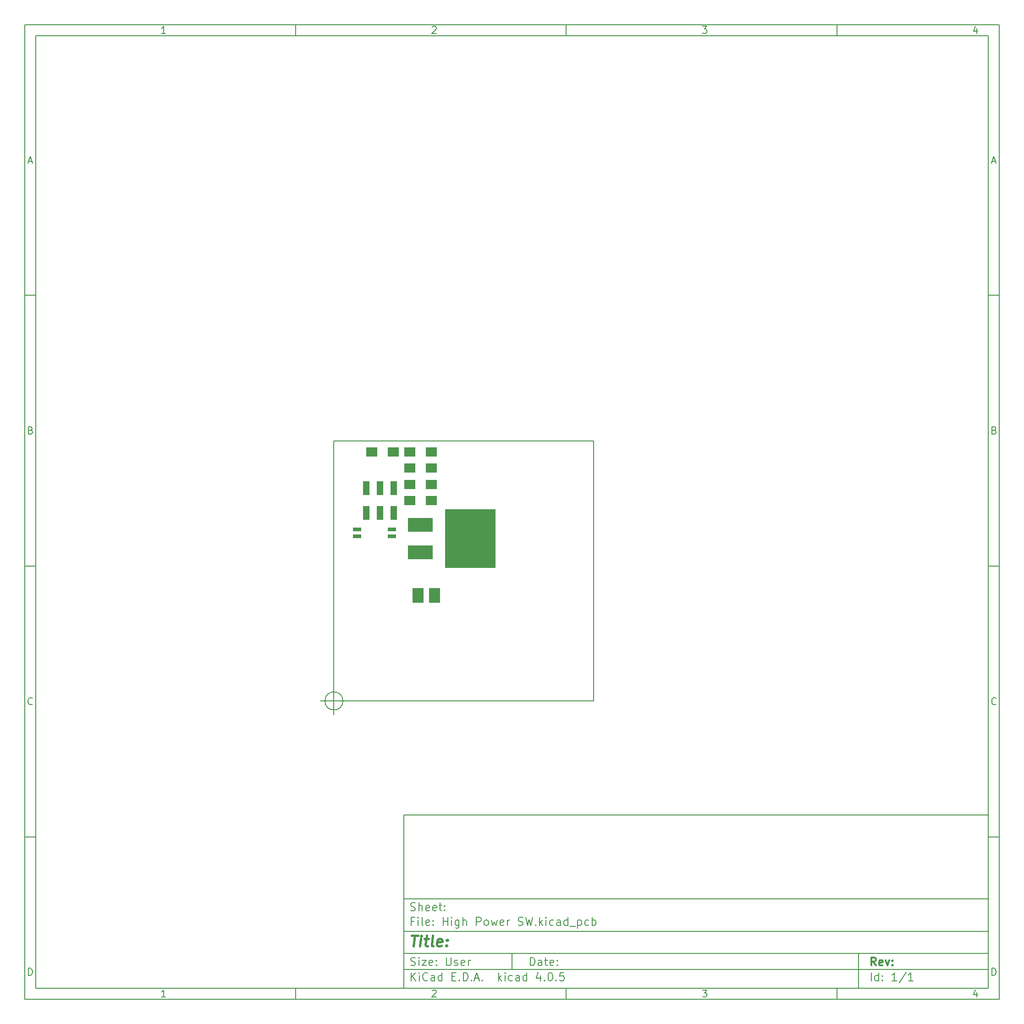
<source format=gbr>
G04 #@! TF.FileFunction,Paste,Top*
%FSLAX46Y46*%
G04 Gerber Fmt 4.6, Leading zero omitted, Abs format (unit mm)*
G04 Created by KiCad (PCBNEW 4.0.5) date 02/15/17 00:10:35*
%MOMM*%
%LPD*%
G01*
G04 APERTURE LIST*
%ADD10C,0.100000*%
%ADD11C,0.150000*%
%ADD12C,0.300000*%
%ADD13C,0.400000*%
%ADD14R,9.400000X10.800000*%
%ADD15R,4.600000X2.500000*%
%ADD16R,2.000000X1.700000*%
%ADD17R,1.500000X0.750000*%
%ADD18R,1.270000X2.540000*%
%ADD19R,2.000000X2.700000*%
G04 APERTURE END LIST*
D10*
D11*
X79999600Y-155999600D02*
X79999600Y-187999600D01*
X187999600Y-187999600D01*
X187999600Y-155999600D01*
X79999600Y-155999600D01*
D10*
D11*
X10000000Y-10000000D02*
X10000000Y-189999600D01*
X189999600Y-189999600D01*
X189999600Y-10000000D01*
X10000000Y-10000000D01*
D10*
D11*
X12000000Y-12000000D02*
X12000000Y-187999600D01*
X187999600Y-187999600D01*
X187999600Y-12000000D01*
X12000000Y-12000000D01*
D10*
D11*
X60000000Y-12000000D02*
X60000000Y-10000000D01*
D10*
D11*
X110000000Y-12000000D02*
X110000000Y-10000000D01*
D10*
D11*
X160000000Y-12000000D02*
X160000000Y-10000000D01*
D10*
D11*
X35990476Y-11588095D02*
X35247619Y-11588095D01*
X35619048Y-11588095D02*
X35619048Y-10288095D01*
X35495238Y-10473810D01*
X35371429Y-10597619D01*
X35247619Y-10659524D01*
D10*
D11*
X85247619Y-10411905D02*
X85309524Y-10350000D01*
X85433333Y-10288095D01*
X85742857Y-10288095D01*
X85866667Y-10350000D01*
X85928571Y-10411905D01*
X85990476Y-10535714D01*
X85990476Y-10659524D01*
X85928571Y-10845238D01*
X85185714Y-11588095D01*
X85990476Y-11588095D01*
D10*
D11*
X135185714Y-10288095D02*
X135990476Y-10288095D01*
X135557143Y-10783333D01*
X135742857Y-10783333D01*
X135866667Y-10845238D01*
X135928571Y-10907143D01*
X135990476Y-11030952D01*
X135990476Y-11340476D01*
X135928571Y-11464286D01*
X135866667Y-11526190D01*
X135742857Y-11588095D01*
X135371429Y-11588095D01*
X135247619Y-11526190D01*
X135185714Y-11464286D01*
D10*
D11*
X185866667Y-10721429D02*
X185866667Y-11588095D01*
X185557143Y-10226190D02*
X185247619Y-11154762D01*
X186052381Y-11154762D01*
D10*
D11*
X60000000Y-187999600D02*
X60000000Y-189999600D01*
D10*
D11*
X110000000Y-187999600D02*
X110000000Y-189999600D01*
D10*
D11*
X160000000Y-187999600D02*
X160000000Y-189999600D01*
D10*
D11*
X35990476Y-189587695D02*
X35247619Y-189587695D01*
X35619048Y-189587695D02*
X35619048Y-188287695D01*
X35495238Y-188473410D01*
X35371429Y-188597219D01*
X35247619Y-188659124D01*
D10*
D11*
X85247619Y-188411505D02*
X85309524Y-188349600D01*
X85433333Y-188287695D01*
X85742857Y-188287695D01*
X85866667Y-188349600D01*
X85928571Y-188411505D01*
X85990476Y-188535314D01*
X85990476Y-188659124D01*
X85928571Y-188844838D01*
X85185714Y-189587695D01*
X85990476Y-189587695D01*
D10*
D11*
X135185714Y-188287695D02*
X135990476Y-188287695D01*
X135557143Y-188782933D01*
X135742857Y-188782933D01*
X135866667Y-188844838D01*
X135928571Y-188906743D01*
X135990476Y-189030552D01*
X135990476Y-189340076D01*
X135928571Y-189463886D01*
X135866667Y-189525790D01*
X135742857Y-189587695D01*
X135371429Y-189587695D01*
X135247619Y-189525790D01*
X135185714Y-189463886D01*
D10*
D11*
X185866667Y-188721029D02*
X185866667Y-189587695D01*
X185557143Y-188225790D02*
X185247619Y-189154362D01*
X186052381Y-189154362D01*
D10*
D11*
X10000000Y-60000000D02*
X12000000Y-60000000D01*
D10*
D11*
X10000000Y-110000000D02*
X12000000Y-110000000D01*
D10*
D11*
X10000000Y-160000000D02*
X12000000Y-160000000D01*
D10*
D11*
X10690476Y-35216667D02*
X11309524Y-35216667D01*
X10566667Y-35588095D02*
X11000000Y-34288095D01*
X11433333Y-35588095D01*
D10*
D11*
X11092857Y-84907143D02*
X11278571Y-84969048D01*
X11340476Y-85030952D01*
X11402381Y-85154762D01*
X11402381Y-85340476D01*
X11340476Y-85464286D01*
X11278571Y-85526190D01*
X11154762Y-85588095D01*
X10659524Y-85588095D01*
X10659524Y-84288095D01*
X11092857Y-84288095D01*
X11216667Y-84350000D01*
X11278571Y-84411905D01*
X11340476Y-84535714D01*
X11340476Y-84659524D01*
X11278571Y-84783333D01*
X11216667Y-84845238D01*
X11092857Y-84907143D01*
X10659524Y-84907143D01*
D10*
D11*
X11402381Y-135464286D02*
X11340476Y-135526190D01*
X11154762Y-135588095D01*
X11030952Y-135588095D01*
X10845238Y-135526190D01*
X10721429Y-135402381D01*
X10659524Y-135278571D01*
X10597619Y-135030952D01*
X10597619Y-134845238D01*
X10659524Y-134597619D01*
X10721429Y-134473810D01*
X10845238Y-134350000D01*
X11030952Y-134288095D01*
X11154762Y-134288095D01*
X11340476Y-134350000D01*
X11402381Y-134411905D01*
D10*
D11*
X10659524Y-185588095D02*
X10659524Y-184288095D01*
X10969048Y-184288095D01*
X11154762Y-184350000D01*
X11278571Y-184473810D01*
X11340476Y-184597619D01*
X11402381Y-184845238D01*
X11402381Y-185030952D01*
X11340476Y-185278571D01*
X11278571Y-185402381D01*
X11154762Y-185526190D01*
X10969048Y-185588095D01*
X10659524Y-185588095D01*
D10*
D11*
X189999600Y-60000000D02*
X187999600Y-60000000D01*
D10*
D11*
X189999600Y-110000000D02*
X187999600Y-110000000D01*
D10*
D11*
X189999600Y-160000000D02*
X187999600Y-160000000D01*
D10*
D11*
X188690076Y-35216667D02*
X189309124Y-35216667D01*
X188566267Y-35588095D02*
X188999600Y-34288095D01*
X189432933Y-35588095D01*
D10*
D11*
X189092457Y-84907143D02*
X189278171Y-84969048D01*
X189340076Y-85030952D01*
X189401981Y-85154762D01*
X189401981Y-85340476D01*
X189340076Y-85464286D01*
X189278171Y-85526190D01*
X189154362Y-85588095D01*
X188659124Y-85588095D01*
X188659124Y-84288095D01*
X189092457Y-84288095D01*
X189216267Y-84350000D01*
X189278171Y-84411905D01*
X189340076Y-84535714D01*
X189340076Y-84659524D01*
X189278171Y-84783333D01*
X189216267Y-84845238D01*
X189092457Y-84907143D01*
X188659124Y-84907143D01*
D10*
D11*
X189401981Y-135464286D02*
X189340076Y-135526190D01*
X189154362Y-135588095D01*
X189030552Y-135588095D01*
X188844838Y-135526190D01*
X188721029Y-135402381D01*
X188659124Y-135278571D01*
X188597219Y-135030952D01*
X188597219Y-134845238D01*
X188659124Y-134597619D01*
X188721029Y-134473810D01*
X188844838Y-134350000D01*
X189030552Y-134288095D01*
X189154362Y-134288095D01*
X189340076Y-134350000D01*
X189401981Y-134411905D01*
D10*
D11*
X188659124Y-185588095D02*
X188659124Y-184288095D01*
X188968648Y-184288095D01*
X189154362Y-184350000D01*
X189278171Y-184473810D01*
X189340076Y-184597619D01*
X189401981Y-184845238D01*
X189401981Y-185030952D01*
X189340076Y-185278571D01*
X189278171Y-185402381D01*
X189154362Y-185526190D01*
X188968648Y-185588095D01*
X188659124Y-185588095D01*
D10*
D11*
X103356743Y-183778171D02*
X103356743Y-182278171D01*
X103713886Y-182278171D01*
X103928171Y-182349600D01*
X104071029Y-182492457D01*
X104142457Y-182635314D01*
X104213886Y-182921029D01*
X104213886Y-183135314D01*
X104142457Y-183421029D01*
X104071029Y-183563886D01*
X103928171Y-183706743D01*
X103713886Y-183778171D01*
X103356743Y-183778171D01*
X105499600Y-183778171D02*
X105499600Y-182992457D01*
X105428171Y-182849600D01*
X105285314Y-182778171D01*
X104999600Y-182778171D01*
X104856743Y-182849600D01*
X105499600Y-183706743D02*
X105356743Y-183778171D01*
X104999600Y-183778171D01*
X104856743Y-183706743D01*
X104785314Y-183563886D01*
X104785314Y-183421029D01*
X104856743Y-183278171D01*
X104999600Y-183206743D01*
X105356743Y-183206743D01*
X105499600Y-183135314D01*
X105999600Y-182778171D02*
X106571029Y-182778171D01*
X106213886Y-182278171D02*
X106213886Y-183563886D01*
X106285314Y-183706743D01*
X106428172Y-183778171D01*
X106571029Y-183778171D01*
X107642457Y-183706743D02*
X107499600Y-183778171D01*
X107213886Y-183778171D01*
X107071029Y-183706743D01*
X106999600Y-183563886D01*
X106999600Y-182992457D01*
X107071029Y-182849600D01*
X107213886Y-182778171D01*
X107499600Y-182778171D01*
X107642457Y-182849600D01*
X107713886Y-182992457D01*
X107713886Y-183135314D01*
X106999600Y-183278171D01*
X108356743Y-183635314D02*
X108428171Y-183706743D01*
X108356743Y-183778171D01*
X108285314Y-183706743D01*
X108356743Y-183635314D01*
X108356743Y-183778171D01*
X108356743Y-182849600D02*
X108428171Y-182921029D01*
X108356743Y-182992457D01*
X108285314Y-182921029D01*
X108356743Y-182849600D01*
X108356743Y-182992457D01*
D10*
D11*
X79999600Y-184499600D02*
X187999600Y-184499600D01*
D10*
D11*
X81356743Y-186578171D02*
X81356743Y-185078171D01*
X82213886Y-186578171D02*
X81571029Y-185721029D01*
X82213886Y-185078171D02*
X81356743Y-185935314D01*
X82856743Y-186578171D02*
X82856743Y-185578171D01*
X82856743Y-185078171D02*
X82785314Y-185149600D01*
X82856743Y-185221029D01*
X82928171Y-185149600D01*
X82856743Y-185078171D01*
X82856743Y-185221029D01*
X84428172Y-186435314D02*
X84356743Y-186506743D01*
X84142457Y-186578171D01*
X83999600Y-186578171D01*
X83785315Y-186506743D01*
X83642457Y-186363886D01*
X83571029Y-186221029D01*
X83499600Y-185935314D01*
X83499600Y-185721029D01*
X83571029Y-185435314D01*
X83642457Y-185292457D01*
X83785315Y-185149600D01*
X83999600Y-185078171D01*
X84142457Y-185078171D01*
X84356743Y-185149600D01*
X84428172Y-185221029D01*
X85713886Y-186578171D02*
X85713886Y-185792457D01*
X85642457Y-185649600D01*
X85499600Y-185578171D01*
X85213886Y-185578171D01*
X85071029Y-185649600D01*
X85713886Y-186506743D02*
X85571029Y-186578171D01*
X85213886Y-186578171D01*
X85071029Y-186506743D01*
X84999600Y-186363886D01*
X84999600Y-186221029D01*
X85071029Y-186078171D01*
X85213886Y-186006743D01*
X85571029Y-186006743D01*
X85713886Y-185935314D01*
X87071029Y-186578171D02*
X87071029Y-185078171D01*
X87071029Y-186506743D02*
X86928172Y-186578171D01*
X86642458Y-186578171D01*
X86499600Y-186506743D01*
X86428172Y-186435314D01*
X86356743Y-186292457D01*
X86356743Y-185863886D01*
X86428172Y-185721029D01*
X86499600Y-185649600D01*
X86642458Y-185578171D01*
X86928172Y-185578171D01*
X87071029Y-185649600D01*
X88928172Y-185792457D02*
X89428172Y-185792457D01*
X89642458Y-186578171D02*
X88928172Y-186578171D01*
X88928172Y-185078171D01*
X89642458Y-185078171D01*
X90285315Y-186435314D02*
X90356743Y-186506743D01*
X90285315Y-186578171D01*
X90213886Y-186506743D01*
X90285315Y-186435314D01*
X90285315Y-186578171D01*
X90999601Y-186578171D02*
X90999601Y-185078171D01*
X91356744Y-185078171D01*
X91571029Y-185149600D01*
X91713887Y-185292457D01*
X91785315Y-185435314D01*
X91856744Y-185721029D01*
X91856744Y-185935314D01*
X91785315Y-186221029D01*
X91713887Y-186363886D01*
X91571029Y-186506743D01*
X91356744Y-186578171D01*
X90999601Y-186578171D01*
X92499601Y-186435314D02*
X92571029Y-186506743D01*
X92499601Y-186578171D01*
X92428172Y-186506743D01*
X92499601Y-186435314D01*
X92499601Y-186578171D01*
X93142458Y-186149600D02*
X93856744Y-186149600D01*
X92999601Y-186578171D02*
X93499601Y-185078171D01*
X93999601Y-186578171D01*
X94499601Y-186435314D02*
X94571029Y-186506743D01*
X94499601Y-186578171D01*
X94428172Y-186506743D01*
X94499601Y-186435314D01*
X94499601Y-186578171D01*
X97499601Y-186578171D02*
X97499601Y-185078171D01*
X97642458Y-186006743D02*
X98071029Y-186578171D01*
X98071029Y-185578171D02*
X97499601Y-186149600D01*
X98713887Y-186578171D02*
X98713887Y-185578171D01*
X98713887Y-185078171D02*
X98642458Y-185149600D01*
X98713887Y-185221029D01*
X98785315Y-185149600D01*
X98713887Y-185078171D01*
X98713887Y-185221029D01*
X100071030Y-186506743D02*
X99928173Y-186578171D01*
X99642459Y-186578171D01*
X99499601Y-186506743D01*
X99428173Y-186435314D01*
X99356744Y-186292457D01*
X99356744Y-185863886D01*
X99428173Y-185721029D01*
X99499601Y-185649600D01*
X99642459Y-185578171D01*
X99928173Y-185578171D01*
X100071030Y-185649600D01*
X101356744Y-186578171D02*
X101356744Y-185792457D01*
X101285315Y-185649600D01*
X101142458Y-185578171D01*
X100856744Y-185578171D01*
X100713887Y-185649600D01*
X101356744Y-186506743D02*
X101213887Y-186578171D01*
X100856744Y-186578171D01*
X100713887Y-186506743D01*
X100642458Y-186363886D01*
X100642458Y-186221029D01*
X100713887Y-186078171D01*
X100856744Y-186006743D01*
X101213887Y-186006743D01*
X101356744Y-185935314D01*
X102713887Y-186578171D02*
X102713887Y-185078171D01*
X102713887Y-186506743D02*
X102571030Y-186578171D01*
X102285316Y-186578171D01*
X102142458Y-186506743D01*
X102071030Y-186435314D01*
X101999601Y-186292457D01*
X101999601Y-185863886D01*
X102071030Y-185721029D01*
X102142458Y-185649600D01*
X102285316Y-185578171D01*
X102571030Y-185578171D01*
X102713887Y-185649600D01*
X105213887Y-185578171D02*
X105213887Y-186578171D01*
X104856744Y-185006743D02*
X104499601Y-186078171D01*
X105428173Y-186078171D01*
X105999601Y-186435314D02*
X106071029Y-186506743D01*
X105999601Y-186578171D01*
X105928172Y-186506743D01*
X105999601Y-186435314D01*
X105999601Y-186578171D01*
X106999601Y-185078171D02*
X107142458Y-185078171D01*
X107285315Y-185149600D01*
X107356744Y-185221029D01*
X107428173Y-185363886D01*
X107499601Y-185649600D01*
X107499601Y-186006743D01*
X107428173Y-186292457D01*
X107356744Y-186435314D01*
X107285315Y-186506743D01*
X107142458Y-186578171D01*
X106999601Y-186578171D01*
X106856744Y-186506743D01*
X106785315Y-186435314D01*
X106713887Y-186292457D01*
X106642458Y-186006743D01*
X106642458Y-185649600D01*
X106713887Y-185363886D01*
X106785315Y-185221029D01*
X106856744Y-185149600D01*
X106999601Y-185078171D01*
X108142458Y-186435314D02*
X108213886Y-186506743D01*
X108142458Y-186578171D01*
X108071029Y-186506743D01*
X108142458Y-186435314D01*
X108142458Y-186578171D01*
X109571030Y-185078171D02*
X108856744Y-185078171D01*
X108785315Y-185792457D01*
X108856744Y-185721029D01*
X108999601Y-185649600D01*
X109356744Y-185649600D01*
X109499601Y-185721029D01*
X109571030Y-185792457D01*
X109642458Y-185935314D01*
X109642458Y-186292457D01*
X109571030Y-186435314D01*
X109499601Y-186506743D01*
X109356744Y-186578171D01*
X108999601Y-186578171D01*
X108856744Y-186506743D01*
X108785315Y-186435314D01*
D10*
D11*
X79999600Y-181499600D02*
X187999600Y-181499600D01*
D10*
D12*
X167213886Y-183778171D02*
X166713886Y-183063886D01*
X166356743Y-183778171D02*
X166356743Y-182278171D01*
X166928171Y-182278171D01*
X167071029Y-182349600D01*
X167142457Y-182421029D01*
X167213886Y-182563886D01*
X167213886Y-182778171D01*
X167142457Y-182921029D01*
X167071029Y-182992457D01*
X166928171Y-183063886D01*
X166356743Y-183063886D01*
X168428171Y-183706743D02*
X168285314Y-183778171D01*
X167999600Y-183778171D01*
X167856743Y-183706743D01*
X167785314Y-183563886D01*
X167785314Y-182992457D01*
X167856743Y-182849600D01*
X167999600Y-182778171D01*
X168285314Y-182778171D01*
X168428171Y-182849600D01*
X168499600Y-182992457D01*
X168499600Y-183135314D01*
X167785314Y-183278171D01*
X168999600Y-182778171D02*
X169356743Y-183778171D01*
X169713885Y-182778171D01*
X170285314Y-183635314D02*
X170356742Y-183706743D01*
X170285314Y-183778171D01*
X170213885Y-183706743D01*
X170285314Y-183635314D01*
X170285314Y-183778171D01*
X170285314Y-182849600D02*
X170356742Y-182921029D01*
X170285314Y-182992457D01*
X170213885Y-182921029D01*
X170285314Y-182849600D01*
X170285314Y-182992457D01*
D10*
D11*
X81285314Y-183706743D02*
X81499600Y-183778171D01*
X81856743Y-183778171D01*
X81999600Y-183706743D01*
X82071029Y-183635314D01*
X82142457Y-183492457D01*
X82142457Y-183349600D01*
X82071029Y-183206743D01*
X81999600Y-183135314D01*
X81856743Y-183063886D01*
X81571029Y-182992457D01*
X81428171Y-182921029D01*
X81356743Y-182849600D01*
X81285314Y-182706743D01*
X81285314Y-182563886D01*
X81356743Y-182421029D01*
X81428171Y-182349600D01*
X81571029Y-182278171D01*
X81928171Y-182278171D01*
X82142457Y-182349600D01*
X82785314Y-183778171D02*
X82785314Y-182778171D01*
X82785314Y-182278171D02*
X82713885Y-182349600D01*
X82785314Y-182421029D01*
X82856742Y-182349600D01*
X82785314Y-182278171D01*
X82785314Y-182421029D01*
X83356743Y-182778171D02*
X84142457Y-182778171D01*
X83356743Y-183778171D01*
X84142457Y-183778171D01*
X85285314Y-183706743D02*
X85142457Y-183778171D01*
X84856743Y-183778171D01*
X84713886Y-183706743D01*
X84642457Y-183563886D01*
X84642457Y-182992457D01*
X84713886Y-182849600D01*
X84856743Y-182778171D01*
X85142457Y-182778171D01*
X85285314Y-182849600D01*
X85356743Y-182992457D01*
X85356743Y-183135314D01*
X84642457Y-183278171D01*
X85999600Y-183635314D02*
X86071028Y-183706743D01*
X85999600Y-183778171D01*
X85928171Y-183706743D01*
X85999600Y-183635314D01*
X85999600Y-183778171D01*
X85999600Y-182849600D02*
X86071028Y-182921029D01*
X85999600Y-182992457D01*
X85928171Y-182921029D01*
X85999600Y-182849600D01*
X85999600Y-182992457D01*
X87856743Y-182278171D02*
X87856743Y-183492457D01*
X87928171Y-183635314D01*
X87999600Y-183706743D01*
X88142457Y-183778171D01*
X88428171Y-183778171D01*
X88571029Y-183706743D01*
X88642457Y-183635314D01*
X88713886Y-183492457D01*
X88713886Y-182278171D01*
X89356743Y-183706743D02*
X89499600Y-183778171D01*
X89785315Y-183778171D01*
X89928172Y-183706743D01*
X89999600Y-183563886D01*
X89999600Y-183492457D01*
X89928172Y-183349600D01*
X89785315Y-183278171D01*
X89571029Y-183278171D01*
X89428172Y-183206743D01*
X89356743Y-183063886D01*
X89356743Y-182992457D01*
X89428172Y-182849600D01*
X89571029Y-182778171D01*
X89785315Y-182778171D01*
X89928172Y-182849600D01*
X91213886Y-183706743D02*
X91071029Y-183778171D01*
X90785315Y-183778171D01*
X90642458Y-183706743D01*
X90571029Y-183563886D01*
X90571029Y-182992457D01*
X90642458Y-182849600D01*
X90785315Y-182778171D01*
X91071029Y-182778171D01*
X91213886Y-182849600D01*
X91285315Y-182992457D01*
X91285315Y-183135314D01*
X90571029Y-183278171D01*
X91928172Y-183778171D02*
X91928172Y-182778171D01*
X91928172Y-183063886D02*
X91999600Y-182921029D01*
X92071029Y-182849600D01*
X92213886Y-182778171D01*
X92356743Y-182778171D01*
D10*
D11*
X166356743Y-186578171D02*
X166356743Y-185078171D01*
X167713886Y-186578171D02*
X167713886Y-185078171D01*
X167713886Y-186506743D02*
X167571029Y-186578171D01*
X167285315Y-186578171D01*
X167142457Y-186506743D01*
X167071029Y-186435314D01*
X166999600Y-186292457D01*
X166999600Y-185863886D01*
X167071029Y-185721029D01*
X167142457Y-185649600D01*
X167285315Y-185578171D01*
X167571029Y-185578171D01*
X167713886Y-185649600D01*
X168428172Y-186435314D02*
X168499600Y-186506743D01*
X168428172Y-186578171D01*
X168356743Y-186506743D01*
X168428172Y-186435314D01*
X168428172Y-186578171D01*
X168428172Y-185649600D02*
X168499600Y-185721029D01*
X168428172Y-185792457D01*
X168356743Y-185721029D01*
X168428172Y-185649600D01*
X168428172Y-185792457D01*
X171071029Y-186578171D02*
X170213886Y-186578171D01*
X170642458Y-186578171D02*
X170642458Y-185078171D01*
X170499601Y-185292457D01*
X170356743Y-185435314D01*
X170213886Y-185506743D01*
X172785314Y-185006743D02*
X171499600Y-186935314D01*
X174071029Y-186578171D02*
X173213886Y-186578171D01*
X173642458Y-186578171D02*
X173642458Y-185078171D01*
X173499601Y-185292457D01*
X173356743Y-185435314D01*
X173213886Y-185506743D01*
D10*
D11*
X79999600Y-177499600D02*
X187999600Y-177499600D01*
D10*
D13*
X81451981Y-178204362D02*
X82594838Y-178204362D01*
X81773410Y-180204362D02*
X82023410Y-178204362D01*
X83011505Y-180204362D02*
X83178171Y-178871029D01*
X83261505Y-178204362D02*
X83154362Y-178299600D01*
X83237695Y-178394838D01*
X83344839Y-178299600D01*
X83261505Y-178204362D01*
X83237695Y-178394838D01*
X83844838Y-178871029D02*
X84606743Y-178871029D01*
X84213886Y-178204362D02*
X83999600Y-179918648D01*
X84071030Y-180109124D01*
X84249601Y-180204362D01*
X84440077Y-180204362D01*
X85392458Y-180204362D02*
X85213887Y-180109124D01*
X85142457Y-179918648D01*
X85356743Y-178204362D01*
X86928172Y-180109124D02*
X86725791Y-180204362D01*
X86344839Y-180204362D01*
X86166267Y-180109124D01*
X86094838Y-179918648D01*
X86190076Y-179156743D01*
X86309124Y-178966267D01*
X86511505Y-178871029D01*
X86892457Y-178871029D01*
X87071029Y-178966267D01*
X87142457Y-179156743D01*
X87118648Y-179347219D01*
X86142457Y-179537695D01*
X87892457Y-180013886D02*
X87975792Y-180109124D01*
X87868648Y-180204362D01*
X87785315Y-180109124D01*
X87892457Y-180013886D01*
X87868648Y-180204362D01*
X88023410Y-178966267D02*
X88106744Y-179061505D01*
X87999600Y-179156743D01*
X87916267Y-179061505D01*
X88023410Y-178966267D01*
X87999600Y-179156743D01*
D10*
D11*
X81856743Y-175592457D02*
X81356743Y-175592457D01*
X81356743Y-176378171D02*
X81356743Y-174878171D01*
X82071029Y-174878171D01*
X82642457Y-176378171D02*
X82642457Y-175378171D01*
X82642457Y-174878171D02*
X82571028Y-174949600D01*
X82642457Y-175021029D01*
X82713885Y-174949600D01*
X82642457Y-174878171D01*
X82642457Y-175021029D01*
X83571029Y-176378171D02*
X83428171Y-176306743D01*
X83356743Y-176163886D01*
X83356743Y-174878171D01*
X84713885Y-176306743D02*
X84571028Y-176378171D01*
X84285314Y-176378171D01*
X84142457Y-176306743D01*
X84071028Y-176163886D01*
X84071028Y-175592457D01*
X84142457Y-175449600D01*
X84285314Y-175378171D01*
X84571028Y-175378171D01*
X84713885Y-175449600D01*
X84785314Y-175592457D01*
X84785314Y-175735314D01*
X84071028Y-175878171D01*
X85428171Y-176235314D02*
X85499599Y-176306743D01*
X85428171Y-176378171D01*
X85356742Y-176306743D01*
X85428171Y-176235314D01*
X85428171Y-176378171D01*
X85428171Y-175449600D02*
X85499599Y-175521029D01*
X85428171Y-175592457D01*
X85356742Y-175521029D01*
X85428171Y-175449600D01*
X85428171Y-175592457D01*
X87285314Y-176378171D02*
X87285314Y-174878171D01*
X87285314Y-175592457D02*
X88142457Y-175592457D01*
X88142457Y-176378171D02*
X88142457Y-174878171D01*
X88856743Y-176378171D02*
X88856743Y-175378171D01*
X88856743Y-174878171D02*
X88785314Y-174949600D01*
X88856743Y-175021029D01*
X88928171Y-174949600D01*
X88856743Y-174878171D01*
X88856743Y-175021029D01*
X90213886Y-175378171D02*
X90213886Y-176592457D01*
X90142457Y-176735314D01*
X90071029Y-176806743D01*
X89928172Y-176878171D01*
X89713886Y-176878171D01*
X89571029Y-176806743D01*
X90213886Y-176306743D02*
X90071029Y-176378171D01*
X89785315Y-176378171D01*
X89642457Y-176306743D01*
X89571029Y-176235314D01*
X89499600Y-176092457D01*
X89499600Y-175663886D01*
X89571029Y-175521029D01*
X89642457Y-175449600D01*
X89785315Y-175378171D01*
X90071029Y-175378171D01*
X90213886Y-175449600D01*
X90928172Y-176378171D02*
X90928172Y-174878171D01*
X91571029Y-176378171D02*
X91571029Y-175592457D01*
X91499600Y-175449600D01*
X91356743Y-175378171D01*
X91142458Y-175378171D01*
X90999600Y-175449600D01*
X90928172Y-175521029D01*
X93428172Y-176378171D02*
X93428172Y-174878171D01*
X93999600Y-174878171D01*
X94142458Y-174949600D01*
X94213886Y-175021029D01*
X94285315Y-175163886D01*
X94285315Y-175378171D01*
X94213886Y-175521029D01*
X94142458Y-175592457D01*
X93999600Y-175663886D01*
X93428172Y-175663886D01*
X95142458Y-176378171D02*
X94999600Y-176306743D01*
X94928172Y-176235314D01*
X94856743Y-176092457D01*
X94856743Y-175663886D01*
X94928172Y-175521029D01*
X94999600Y-175449600D01*
X95142458Y-175378171D01*
X95356743Y-175378171D01*
X95499600Y-175449600D01*
X95571029Y-175521029D01*
X95642458Y-175663886D01*
X95642458Y-176092457D01*
X95571029Y-176235314D01*
X95499600Y-176306743D01*
X95356743Y-176378171D01*
X95142458Y-176378171D01*
X96142458Y-175378171D02*
X96428172Y-176378171D01*
X96713886Y-175663886D01*
X96999601Y-176378171D01*
X97285315Y-175378171D01*
X98428172Y-176306743D02*
X98285315Y-176378171D01*
X97999601Y-176378171D01*
X97856744Y-176306743D01*
X97785315Y-176163886D01*
X97785315Y-175592457D01*
X97856744Y-175449600D01*
X97999601Y-175378171D01*
X98285315Y-175378171D01*
X98428172Y-175449600D01*
X98499601Y-175592457D01*
X98499601Y-175735314D01*
X97785315Y-175878171D01*
X99142458Y-176378171D02*
X99142458Y-175378171D01*
X99142458Y-175663886D02*
X99213886Y-175521029D01*
X99285315Y-175449600D01*
X99428172Y-175378171D01*
X99571029Y-175378171D01*
X101142457Y-176306743D02*
X101356743Y-176378171D01*
X101713886Y-176378171D01*
X101856743Y-176306743D01*
X101928172Y-176235314D01*
X101999600Y-176092457D01*
X101999600Y-175949600D01*
X101928172Y-175806743D01*
X101856743Y-175735314D01*
X101713886Y-175663886D01*
X101428172Y-175592457D01*
X101285314Y-175521029D01*
X101213886Y-175449600D01*
X101142457Y-175306743D01*
X101142457Y-175163886D01*
X101213886Y-175021029D01*
X101285314Y-174949600D01*
X101428172Y-174878171D01*
X101785314Y-174878171D01*
X101999600Y-174949600D01*
X102499600Y-174878171D02*
X102856743Y-176378171D01*
X103142457Y-175306743D01*
X103428171Y-176378171D01*
X103785314Y-174878171D01*
X104356743Y-176235314D02*
X104428171Y-176306743D01*
X104356743Y-176378171D01*
X104285314Y-176306743D01*
X104356743Y-176235314D01*
X104356743Y-176378171D01*
X105071029Y-176378171D02*
X105071029Y-174878171D01*
X105213886Y-175806743D02*
X105642457Y-176378171D01*
X105642457Y-175378171D02*
X105071029Y-175949600D01*
X106285315Y-176378171D02*
X106285315Y-175378171D01*
X106285315Y-174878171D02*
X106213886Y-174949600D01*
X106285315Y-175021029D01*
X106356743Y-174949600D01*
X106285315Y-174878171D01*
X106285315Y-175021029D01*
X107642458Y-176306743D02*
X107499601Y-176378171D01*
X107213887Y-176378171D01*
X107071029Y-176306743D01*
X106999601Y-176235314D01*
X106928172Y-176092457D01*
X106928172Y-175663886D01*
X106999601Y-175521029D01*
X107071029Y-175449600D01*
X107213887Y-175378171D01*
X107499601Y-175378171D01*
X107642458Y-175449600D01*
X108928172Y-176378171D02*
X108928172Y-175592457D01*
X108856743Y-175449600D01*
X108713886Y-175378171D01*
X108428172Y-175378171D01*
X108285315Y-175449600D01*
X108928172Y-176306743D02*
X108785315Y-176378171D01*
X108428172Y-176378171D01*
X108285315Y-176306743D01*
X108213886Y-176163886D01*
X108213886Y-176021029D01*
X108285315Y-175878171D01*
X108428172Y-175806743D01*
X108785315Y-175806743D01*
X108928172Y-175735314D01*
X110285315Y-176378171D02*
X110285315Y-174878171D01*
X110285315Y-176306743D02*
X110142458Y-176378171D01*
X109856744Y-176378171D01*
X109713886Y-176306743D01*
X109642458Y-176235314D01*
X109571029Y-176092457D01*
X109571029Y-175663886D01*
X109642458Y-175521029D01*
X109713886Y-175449600D01*
X109856744Y-175378171D01*
X110142458Y-175378171D01*
X110285315Y-175449600D01*
X110642458Y-176521029D02*
X111785315Y-176521029D01*
X112142458Y-175378171D02*
X112142458Y-176878171D01*
X112142458Y-175449600D02*
X112285315Y-175378171D01*
X112571029Y-175378171D01*
X112713886Y-175449600D01*
X112785315Y-175521029D01*
X112856744Y-175663886D01*
X112856744Y-176092457D01*
X112785315Y-176235314D01*
X112713886Y-176306743D01*
X112571029Y-176378171D01*
X112285315Y-176378171D01*
X112142458Y-176306743D01*
X114142458Y-176306743D02*
X113999601Y-176378171D01*
X113713887Y-176378171D01*
X113571029Y-176306743D01*
X113499601Y-176235314D01*
X113428172Y-176092457D01*
X113428172Y-175663886D01*
X113499601Y-175521029D01*
X113571029Y-175449600D01*
X113713887Y-175378171D01*
X113999601Y-175378171D01*
X114142458Y-175449600D01*
X114785315Y-176378171D02*
X114785315Y-174878171D01*
X114785315Y-175449600D02*
X114928172Y-175378171D01*
X115213886Y-175378171D01*
X115356743Y-175449600D01*
X115428172Y-175521029D01*
X115499601Y-175663886D01*
X115499601Y-176092457D01*
X115428172Y-176235314D01*
X115356743Y-176306743D01*
X115213886Y-176378171D01*
X114928172Y-176378171D01*
X114785315Y-176306743D01*
D10*
D11*
X79999600Y-171499600D02*
X187999600Y-171499600D01*
D10*
D11*
X81285314Y-173606743D02*
X81499600Y-173678171D01*
X81856743Y-173678171D01*
X81999600Y-173606743D01*
X82071029Y-173535314D01*
X82142457Y-173392457D01*
X82142457Y-173249600D01*
X82071029Y-173106743D01*
X81999600Y-173035314D01*
X81856743Y-172963886D01*
X81571029Y-172892457D01*
X81428171Y-172821029D01*
X81356743Y-172749600D01*
X81285314Y-172606743D01*
X81285314Y-172463886D01*
X81356743Y-172321029D01*
X81428171Y-172249600D01*
X81571029Y-172178171D01*
X81928171Y-172178171D01*
X82142457Y-172249600D01*
X82785314Y-173678171D02*
X82785314Y-172178171D01*
X83428171Y-173678171D02*
X83428171Y-172892457D01*
X83356742Y-172749600D01*
X83213885Y-172678171D01*
X82999600Y-172678171D01*
X82856742Y-172749600D01*
X82785314Y-172821029D01*
X84713885Y-173606743D02*
X84571028Y-173678171D01*
X84285314Y-173678171D01*
X84142457Y-173606743D01*
X84071028Y-173463886D01*
X84071028Y-172892457D01*
X84142457Y-172749600D01*
X84285314Y-172678171D01*
X84571028Y-172678171D01*
X84713885Y-172749600D01*
X84785314Y-172892457D01*
X84785314Y-173035314D01*
X84071028Y-173178171D01*
X85999599Y-173606743D02*
X85856742Y-173678171D01*
X85571028Y-173678171D01*
X85428171Y-173606743D01*
X85356742Y-173463886D01*
X85356742Y-172892457D01*
X85428171Y-172749600D01*
X85571028Y-172678171D01*
X85856742Y-172678171D01*
X85999599Y-172749600D01*
X86071028Y-172892457D01*
X86071028Y-173035314D01*
X85356742Y-173178171D01*
X86499599Y-172678171D02*
X87071028Y-172678171D01*
X86713885Y-172178171D02*
X86713885Y-173463886D01*
X86785313Y-173606743D01*
X86928171Y-173678171D01*
X87071028Y-173678171D01*
X87571028Y-173535314D02*
X87642456Y-173606743D01*
X87571028Y-173678171D01*
X87499599Y-173606743D01*
X87571028Y-173535314D01*
X87571028Y-173678171D01*
X87571028Y-172749600D02*
X87642456Y-172821029D01*
X87571028Y-172892457D01*
X87499599Y-172821029D01*
X87571028Y-172749600D01*
X87571028Y-172892457D01*
D10*
D11*
X99999600Y-181499600D02*
X99999600Y-184499600D01*
D10*
D11*
X163999600Y-181499600D02*
X163999600Y-187999600D01*
X68766666Y-134900000D02*
G75*
G03X68766666Y-134900000I-1666666J0D01*
G01*
X64600000Y-134900000D02*
X69600000Y-134900000D01*
X67100000Y-132400000D02*
X67100000Y-137400000D01*
X115100000Y-134900000D02*
X67100000Y-134900000D01*
X115100000Y-86900000D02*
X115100000Y-134900000D01*
X113100000Y-86900000D02*
X115100000Y-86900000D01*
X67100000Y-86900000D02*
X113100000Y-86900000D01*
X67100000Y-134900000D02*
X67100000Y-86900000D01*
X68766666Y-134900000D02*
G75*
G03X68766666Y-134900000I-1666666J0D01*
G01*
X64600000Y-134900000D02*
X69600000Y-134900000D01*
X67100000Y-132400000D02*
X67100000Y-137400000D01*
D14*
X92250000Y-104900000D03*
D15*
X83100000Y-107440000D03*
X83100000Y-102360000D03*
D16*
X85100000Y-94900000D03*
X81100000Y-94900000D03*
X81100000Y-88900000D03*
X85100000Y-88900000D03*
X85100000Y-91900000D03*
X81100000Y-91900000D03*
X81100000Y-97900000D03*
X85100000Y-97900000D03*
D17*
X71350000Y-103230000D03*
X71350000Y-104500000D03*
X77850000Y-104500000D03*
X77850000Y-103230000D03*
D18*
X78140000Y-100170000D03*
X78140000Y-95630000D03*
X75600000Y-95630000D03*
X75600000Y-100170000D03*
X73060000Y-100170000D03*
X73060000Y-95630000D03*
D16*
X74100000Y-88900000D03*
X78100000Y-88900000D03*
D19*
X85700000Y-115400000D03*
X82600000Y-115400000D03*
M02*

</source>
